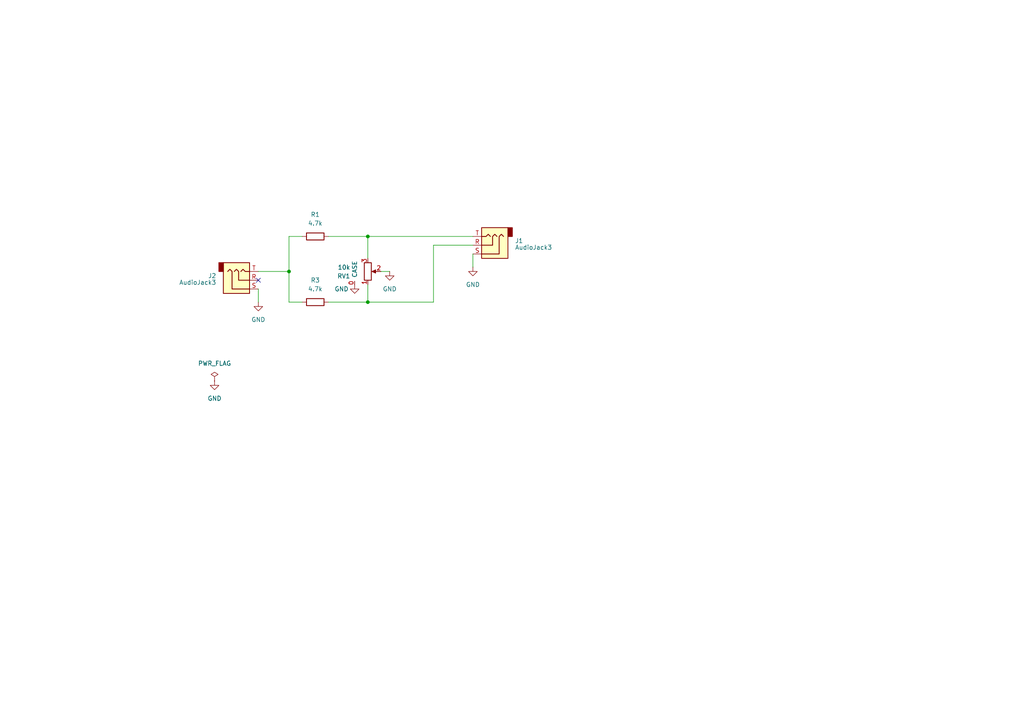
<source format=kicad_sch>
(kicad_sch
	(version 20250114)
	(generator "eeschema")
	(generator_version "9.0")
	(uuid "f818148b-0e74-454b-8652-f46fdf290936")
	(paper "A4")
	(lib_symbols
		(symbol "Connector_Audio:AudioJack3"
			(exclude_from_sim no)
			(in_bom yes)
			(on_board yes)
			(property "Reference" "J"
				(at 0 8.89 0)
				(effects
					(font
						(size 1.27 1.27)
					)
				)
			)
			(property "Value" "AudioJack3"
				(at 0 6.35 0)
				(effects
					(font
						(size 1.27 1.27)
					)
				)
			)
			(property "Footprint" ""
				(at 0 0 0)
				(effects
					(font
						(size 1.27 1.27)
					)
					(hide yes)
				)
			)
			(property "Datasheet" "~"
				(at 0 0 0)
				(effects
					(font
						(size 1.27 1.27)
					)
					(hide yes)
				)
			)
			(property "Description" "Audio Jack, 3 Poles (Stereo / TRS)"
				(at 0 0 0)
				(effects
					(font
						(size 1.27 1.27)
					)
					(hide yes)
				)
			)
			(property "ki_keywords" "audio jack receptacle stereo headphones phones TRS connector"
				(at 0 0 0)
				(effects
					(font
						(size 1.27 1.27)
					)
					(hide yes)
				)
			)
			(property "ki_fp_filters" "Jack*"
				(at 0 0 0)
				(effects
					(font
						(size 1.27 1.27)
					)
					(hide yes)
				)
			)
			(symbol "AudioJack3_0_1"
				(rectangle
					(start -5.08 -5.08)
					(end -6.35 -2.54)
					(stroke
						(width 0.254)
						(type default)
					)
					(fill
						(type outline)
					)
				)
				(polyline
					(pts
						(xy -1.905 -2.54) (xy -1.27 -3.175) (xy -0.635 -2.54) (xy -0.635 0) (xy 2.54 0)
					)
					(stroke
						(width 0.254)
						(type default)
					)
					(fill
						(type none)
					)
				)
				(polyline
					(pts
						(xy 0 -2.54) (xy 0.635 -3.175) (xy 1.27 -2.54) (xy 2.54 -2.54)
					)
					(stroke
						(width 0.254)
						(type default)
					)
					(fill
						(type none)
					)
				)
				(rectangle
					(start 2.54 3.81)
					(end -5.08 -5.08)
					(stroke
						(width 0.254)
						(type default)
					)
					(fill
						(type background)
					)
				)
				(polyline
					(pts
						(xy 2.54 2.54) (xy -2.54 2.54) (xy -2.54 -2.54) (xy -3.175 -3.175) (xy -3.81 -2.54)
					)
					(stroke
						(width 0.254)
						(type default)
					)
					(fill
						(type none)
					)
				)
			)
			(symbol "AudioJack3_1_1"
				(pin passive line
					(at 5.08 2.54 180)
					(length 2.54)
					(name "~"
						(effects
							(font
								(size 1.27 1.27)
							)
						)
					)
					(number "S"
						(effects
							(font
								(size 1.27 1.27)
							)
						)
					)
				)
				(pin passive line
					(at 5.08 0 180)
					(length 2.54)
					(name "~"
						(effects
							(font
								(size 1.27 1.27)
							)
						)
					)
					(number "R"
						(effects
							(font
								(size 1.27 1.27)
							)
						)
					)
				)
				(pin passive line
					(at 5.08 -2.54 180)
					(length 2.54)
					(name "~"
						(effects
							(font
								(size 1.27 1.27)
							)
						)
					)
					(number "T"
						(effects
							(font
								(size 1.27 1.27)
							)
						)
					)
				)
			)
			(embedded_fonts no)
		)
		(symbol "Device:R"
			(pin_numbers
				(hide yes)
			)
			(pin_names
				(offset 0)
			)
			(exclude_from_sim no)
			(in_bom yes)
			(on_board yes)
			(property "Reference" "R"
				(at 2.032 0 90)
				(effects
					(font
						(size 1.27 1.27)
					)
				)
			)
			(property "Value" "R"
				(at 0 0 90)
				(effects
					(font
						(size 1.27 1.27)
					)
				)
			)
			(property "Footprint" ""
				(at -1.778 0 90)
				(effects
					(font
						(size 1.27 1.27)
					)
					(hide yes)
				)
			)
			(property "Datasheet" "~"
				(at 0 0 0)
				(effects
					(font
						(size 1.27 1.27)
					)
					(hide yes)
				)
			)
			(property "Description" "Resistor"
				(at 0 0 0)
				(effects
					(font
						(size 1.27 1.27)
					)
					(hide yes)
				)
			)
			(property "ki_keywords" "R res resistor"
				(at 0 0 0)
				(effects
					(font
						(size 1.27 1.27)
					)
					(hide yes)
				)
			)
			(property "ki_fp_filters" "R_*"
				(at 0 0 0)
				(effects
					(font
						(size 1.27 1.27)
					)
					(hide yes)
				)
			)
			(symbol "R_0_1"
				(rectangle
					(start -1.016 -2.54)
					(end 1.016 2.54)
					(stroke
						(width 0.254)
						(type default)
					)
					(fill
						(type none)
					)
				)
			)
			(symbol "R_1_1"
				(pin passive line
					(at 0 3.81 270)
					(length 1.27)
					(name "~"
						(effects
							(font
								(size 1.27 1.27)
							)
						)
					)
					(number "1"
						(effects
							(font
								(size 1.27 1.27)
							)
						)
					)
				)
				(pin passive line
					(at 0 -3.81 90)
					(length 1.27)
					(name "~"
						(effects
							(font
								(size 1.27 1.27)
							)
						)
					)
					(number "2"
						(effects
							(font
								(size 1.27 1.27)
							)
						)
					)
				)
			)
			(embedded_fonts no)
		)
		(symbol "mylib:R_POT_W_GND"
			(pin_names
				(offset 1.016)
			)
			(exclude_from_sim no)
			(in_bom yes)
			(on_board yes)
			(property "Reference" "RV"
				(at -7.62 0 90)
				(effects
					(font
						(size 1.27 1.27)
					)
				)
			)
			(property "Value" "R_POT_W_GND"
				(at -6.35 0 90)
				(effects
					(font
						(size 1.27 1.27)
					)
				)
			)
			(property "Footprint" ""
				(at 0 0 0)
				(effects
					(font
						(size 1.27 1.27)
					)
					(hide yes)
				)
			)
			(property "Datasheet" "~"
				(at 0 0 0)
				(effects
					(font
						(size 1.27 1.27)
					)
					(hide yes)
				)
			)
			(property "Description" "Potentiometer"
				(at 0 0 0)
				(effects
					(font
						(size 1.27 1.27)
					)
					(hide yes)
				)
			)
			(property "ki_keywords" "resistor variable"
				(at 0 0 0)
				(effects
					(font
						(size 1.27 1.27)
					)
					(hide yes)
				)
			)
			(property "ki_fp_filters" "Potentiometer*"
				(at 0 0 0)
				(effects
					(font
						(size 1.27 1.27)
					)
					(hide yes)
				)
			)
			(symbol "R_POT_W_GND_0_1"
				(rectangle
					(start 1.016 2.54)
					(end -1.016 -2.54)
					(stroke
						(width 0.254)
						(type default)
					)
					(fill
						(type none)
					)
				)
				(polyline
					(pts
						(xy 1.143 0) (xy 2.286 0.508) (xy 2.286 -0.508) (xy 1.143 0)
					)
					(stroke
						(width 0)
						(type default)
					)
					(fill
						(type outline)
					)
				)
				(polyline
					(pts
						(xy 2.54 0) (xy 1.524 0)
					)
					(stroke
						(width 0)
						(type default)
					)
					(fill
						(type none)
					)
				)
			)
			(symbol "R_POT_W_GND_1_1"
				(pin input line
					(at -3.81 3.81 270)
					(length 0.9906)
					(name "CASE"
						(effects
							(font
								(size 1.27 1.27)
							)
						)
					)
					(number "0"
						(effects
							(font
								(size 1.27 1.27)
							)
						)
					)
				)
				(pin passive line
					(at 0 3.81 270)
					(length 1.27)
					(name "~"
						(effects
							(font
								(size 1.27 1.27)
							)
						)
					)
					(number "1"
						(effects
							(font
								(size 1.27 1.27)
							)
						)
					)
				)
				(pin passive line
					(at 0 -3.81 90)
					(length 1.27)
					(name "~"
						(effects
							(font
								(size 1.27 1.27)
							)
						)
					)
					(number "3"
						(effects
							(font
								(size 1.27 1.27)
							)
						)
					)
				)
				(pin passive line
					(at 3.81 0 180)
					(length 1.27)
					(name "~"
						(effects
							(font
								(size 1.27 1.27)
							)
						)
					)
					(number "2"
						(effects
							(font
								(size 1.27 1.27)
							)
						)
					)
				)
			)
			(embedded_fonts no)
		)
		(symbol "power:GND"
			(power)
			(pin_numbers
				(hide yes)
			)
			(pin_names
				(offset 0)
				(hide yes)
			)
			(exclude_from_sim no)
			(in_bom yes)
			(on_board yes)
			(property "Reference" "#PWR"
				(at 0 -6.35 0)
				(effects
					(font
						(size 1.27 1.27)
					)
					(hide yes)
				)
			)
			(property "Value" "GND"
				(at 0 -3.81 0)
				(effects
					(font
						(size 1.27 1.27)
					)
				)
			)
			(property "Footprint" ""
				(at 0 0 0)
				(effects
					(font
						(size 1.27 1.27)
					)
					(hide yes)
				)
			)
			(property "Datasheet" ""
				(at 0 0 0)
				(effects
					(font
						(size 1.27 1.27)
					)
					(hide yes)
				)
			)
			(property "Description" "Power symbol creates a global label with name \"GND\" , ground"
				(at 0 0 0)
				(effects
					(font
						(size 1.27 1.27)
					)
					(hide yes)
				)
			)
			(property "ki_keywords" "global power"
				(at 0 0 0)
				(effects
					(font
						(size 1.27 1.27)
					)
					(hide yes)
				)
			)
			(symbol "GND_0_1"
				(polyline
					(pts
						(xy 0 0) (xy 0 -1.27) (xy 1.27 -1.27) (xy 0 -2.54) (xy -1.27 -1.27) (xy 0 -1.27)
					)
					(stroke
						(width 0)
						(type default)
					)
					(fill
						(type none)
					)
				)
			)
			(symbol "GND_1_1"
				(pin power_in line
					(at 0 0 270)
					(length 0)
					(name "~"
						(effects
							(font
								(size 1.27 1.27)
							)
						)
					)
					(number "1"
						(effects
							(font
								(size 1.27 1.27)
							)
						)
					)
				)
			)
			(embedded_fonts no)
		)
		(symbol "power:PWR_FLAG"
			(power)
			(pin_numbers
				(hide yes)
			)
			(pin_names
				(offset 0)
				(hide yes)
			)
			(exclude_from_sim no)
			(in_bom yes)
			(on_board yes)
			(property "Reference" "#FLG"
				(at 0 1.905 0)
				(effects
					(font
						(size 1.27 1.27)
					)
					(hide yes)
				)
			)
			(property "Value" "PWR_FLAG"
				(at 0 3.81 0)
				(effects
					(font
						(size 1.27 1.27)
					)
				)
			)
			(property "Footprint" ""
				(at 0 0 0)
				(effects
					(font
						(size 1.27 1.27)
					)
					(hide yes)
				)
			)
			(property "Datasheet" "~"
				(at 0 0 0)
				(effects
					(font
						(size 1.27 1.27)
					)
					(hide yes)
				)
			)
			(property "Description" "Special symbol for telling ERC where power comes from"
				(at 0 0 0)
				(effects
					(font
						(size 1.27 1.27)
					)
					(hide yes)
				)
			)
			(property "ki_keywords" "flag power"
				(at 0 0 0)
				(effects
					(font
						(size 1.27 1.27)
					)
					(hide yes)
				)
			)
			(symbol "PWR_FLAG_0_0"
				(pin power_out line
					(at 0 0 90)
					(length 0)
					(name "~"
						(effects
							(font
								(size 1.27 1.27)
							)
						)
					)
					(number "1"
						(effects
							(font
								(size 1.27 1.27)
							)
						)
					)
				)
			)
			(symbol "PWR_FLAG_0_1"
				(polyline
					(pts
						(xy 0 0) (xy 0 1.27) (xy -1.016 1.905) (xy 0 2.54) (xy 1.016 1.905) (xy 0 1.27)
					)
					(stroke
						(width 0)
						(type default)
					)
					(fill
						(type none)
					)
				)
			)
			(embedded_fonts no)
		)
	)
	(junction
		(at 83.82 78.74)
		(diameter 0)
		(color 0 0 0 0)
		(uuid "66eef5a3-a69a-4733-8e7e-a9efdcac9315")
	)
	(junction
		(at 106.68 68.58)
		(diameter 0)
		(color 0 0 0 0)
		(uuid "8ad3545d-a84b-4e2b-9a66-984d5114719b")
	)
	(junction
		(at 106.68 87.63)
		(diameter 0)
		(color 0 0 0 0)
		(uuid "f059a64a-0bc0-4267-b486-7a49e021543d")
	)
	(no_connect
		(at 74.93 81.28)
		(uuid "0661f1fb-b3c4-431a-ad43-629f276b8921")
	)
	(wire
		(pts
			(xy 125.73 87.63) (xy 125.73 71.12)
		)
		(stroke
			(width 0)
			(type default)
		)
		(uuid "14d729cb-b2c6-455b-8b4f-c9e12f57fc33")
	)
	(wire
		(pts
			(xy 83.82 87.63) (xy 87.63 87.63)
		)
		(stroke
			(width 0)
			(type default)
		)
		(uuid "1c908459-4f61-4e8e-ba81-70ccafc9e92c")
	)
	(wire
		(pts
			(xy 74.93 78.74) (xy 83.82 78.74)
		)
		(stroke
			(width 0)
			(type default)
		)
		(uuid "1cfa3dcf-e9b7-436f-adab-240ddfa88a93")
	)
	(wire
		(pts
			(xy 137.16 73.66) (xy 137.16 77.47)
		)
		(stroke
			(width 0)
			(type default)
		)
		(uuid "2ee2a46e-f325-45a4-b5ee-f34088cd486b")
	)
	(wire
		(pts
			(xy 74.93 83.82) (xy 74.93 87.63)
		)
		(stroke
			(width 0)
			(type default)
		)
		(uuid "33387cef-d293-45d6-a2e0-2f0d5e56c9ee")
	)
	(wire
		(pts
			(xy 125.73 71.12) (xy 137.16 71.12)
		)
		(stroke
			(width 0)
			(type default)
		)
		(uuid "362da839-9538-492b-81ee-8c174f257e4b")
	)
	(wire
		(pts
			(xy 106.68 87.63) (xy 125.73 87.63)
		)
		(stroke
			(width 0)
			(type default)
		)
		(uuid "3ae6ad6f-7be8-4e9f-a25d-544ac96f5552")
	)
	(wire
		(pts
			(xy 106.68 68.58) (xy 106.68 74.93)
		)
		(stroke
			(width 0)
			(type default)
		)
		(uuid "45aec9d0-766a-4500-bd7d-8029a33bbe11")
	)
	(wire
		(pts
			(xy 106.68 82.55) (xy 106.68 87.63)
		)
		(stroke
			(width 0)
			(type default)
		)
		(uuid "463f4fb4-fc80-429e-9153-b9bd1c0f9ed2")
	)
	(wire
		(pts
			(xy 95.25 87.63) (xy 106.68 87.63)
		)
		(stroke
			(width 0)
			(type default)
		)
		(uuid "5b23f42e-4eb8-452d-aae4-6afc2c4b8778")
	)
	(wire
		(pts
			(xy 106.68 68.58) (xy 137.16 68.58)
		)
		(stroke
			(width 0)
			(type default)
		)
		(uuid "a82e963d-b8ee-40a4-8fa5-34d6e841a02a")
	)
	(wire
		(pts
			(xy 87.63 68.58) (xy 83.82 68.58)
		)
		(stroke
			(width 0)
			(type default)
		)
		(uuid "ad686bee-b6bb-48f5-bc0a-6999d44b46da")
	)
	(wire
		(pts
			(xy 110.49 78.74) (xy 113.03 78.74)
		)
		(stroke
			(width 0)
			(type default)
		)
		(uuid "d08bf219-abba-4993-a21f-3af742d16089")
	)
	(wire
		(pts
			(xy 83.82 78.74) (xy 83.82 87.63)
		)
		(stroke
			(width 0)
			(type default)
		)
		(uuid "d96899cb-578e-4151-8cc7-e07f641b36d8")
	)
	(wire
		(pts
			(xy 83.82 68.58) (xy 83.82 78.74)
		)
		(stroke
			(width 0)
			(type default)
		)
		(uuid "e8fede8d-c4fa-4244-9c1d-4741a39c9408")
	)
	(wire
		(pts
			(xy 95.25 68.58) (xy 106.68 68.58)
		)
		(stroke
			(width 0)
			(type default)
		)
		(uuid "fef4365f-993e-446e-8152-b00e1e601f59")
	)
	(symbol
		(lib_id "mylib:R_POT_W_GND")
		(at 106.68 78.74 0)
		(mirror x)
		(unit 1)
		(exclude_from_sim no)
		(in_bom yes)
		(on_board yes)
		(dnp no)
		(uuid "0076bc25-9087-4e96-a7b5-97419b012edb")
		(property "Reference" "RV1"
			(at 101.6 80.0863 0)
			(effects
				(font
					(size 1.27 1.27)
				)
				(justify right)
			)
		)
		(property "Value" "10k"
			(at 101.6 77.5463 0)
			(effects
				(font
					(size 1.27 1.27)
				)
				(justify right)
			)
		)
		(property "Footprint" "my_footprint:Potentiometer_Alps_RK09K_Horizontal_CORRECTED"
			(at 106.68 78.74 0)
			(effects
				(font
					(size 1.27 1.27)
				)
				(hide yes)
			)
		)
		(property "Datasheet" "~"
			(at 106.68 78.74 0)
			(effects
				(font
					(size 1.27 1.27)
				)
				(hide yes)
			)
		)
		(property "Description" "Potentiometer"
			(at 106.68 78.74 0)
			(effects
				(font
					(size 1.27 1.27)
				)
				(hide yes)
			)
		)
		(property "LCSC" "C209779"
			(at 106.68 78.74 0)
			(effects
				(font
					(size 1.27 1.27)
				)
				(hide yes)
			)
		)
		(pin "2"
			(uuid "b7b5960b-68c3-4800-9196-b5b38c6eec35")
		)
		(pin "1"
			(uuid "1239ddf9-1532-400c-90ee-033052f946bc")
		)
		(pin "0"
			(uuid "e557d435-f40f-45f1-97c5-6b551a3e8dda")
		)
		(pin "3"
			(uuid "6bd80ec4-af12-4f95-9e74-e20445a70cd2")
		)
		(instances
			(project "kinopan"
				(path "/f818148b-0e74-454b-8652-f46fdf290936"
					(reference "RV1")
					(unit 1)
				)
			)
		)
	)
	(symbol
		(lib_id "power:GND")
		(at 137.16 77.47 0)
		(unit 1)
		(exclude_from_sim no)
		(in_bom yes)
		(on_board yes)
		(dnp no)
		(fields_autoplaced yes)
		(uuid "18258206-52cf-484e-901d-f387c1f6d011")
		(property "Reference" "#PWR01"
			(at 137.16 83.82 0)
			(effects
				(font
					(size 1.27 1.27)
				)
				(hide yes)
			)
		)
		(property "Value" "GND"
			(at 137.16 82.55 0)
			(effects
				(font
					(size 1.27 1.27)
				)
			)
		)
		(property "Footprint" ""
			(at 137.16 77.47 0)
			(effects
				(font
					(size 1.27 1.27)
				)
				(hide yes)
			)
		)
		(property "Datasheet" ""
			(at 137.16 77.47 0)
			(effects
				(font
					(size 1.27 1.27)
				)
				(hide yes)
			)
		)
		(property "Description" "Power symbol creates a global label with name \"GND\" , ground"
			(at 137.16 77.47 0)
			(effects
				(font
					(size 1.27 1.27)
				)
				(hide yes)
			)
		)
		(pin "1"
			(uuid "2b8594b9-5815-4788-9eaa-9fa37e3e3f03")
		)
		(instances
			(project "kinopan"
				(path "/f818148b-0e74-454b-8652-f46fdf290936"
					(reference "#PWR01")
					(unit 1)
				)
			)
		)
	)
	(symbol
		(lib_id "power:GND")
		(at 113.03 78.74 0)
		(unit 1)
		(exclude_from_sim no)
		(in_bom yes)
		(on_board yes)
		(dnp no)
		(fields_autoplaced yes)
		(uuid "2f982ed1-9a1d-46b8-9391-9a1ab1197161")
		(property "Reference" "#PWR02"
			(at 113.03 85.09 0)
			(effects
				(font
					(size 1.27 1.27)
				)
				(hide yes)
			)
		)
		(property "Value" "GND"
			(at 113.03 83.82 0)
			(effects
				(font
					(size 1.27 1.27)
				)
			)
		)
		(property "Footprint" ""
			(at 113.03 78.74 0)
			(effects
				(font
					(size 1.27 1.27)
				)
				(hide yes)
			)
		)
		(property "Datasheet" ""
			(at 113.03 78.74 0)
			(effects
				(font
					(size 1.27 1.27)
				)
				(hide yes)
			)
		)
		(property "Description" "Power symbol creates a global label with name \"GND\" , ground"
			(at 113.03 78.74 0)
			(effects
				(font
					(size 1.27 1.27)
				)
				(hide yes)
			)
		)
		(pin "1"
			(uuid "5cd9d683-767d-4fe0-8f2c-9016db3c3c14")
		)
		(instances
			(project "kinopan"
				(path "/f818148b-0e74-454b-8652-f46fdf290936"
					(reference "#PWR02")
					(unit 1)
				)
			)
		)
	)
	(symbol
		(lib_id "power:GND")
		(at 74.93 87.63 0)
		(unit 1)
		(exclude_from_sim no)
		(in_bom yes)
		(on_board yes)
		(dnp no)
		(fields_autoplaced yes)
		(uuid "56d60e34-c700-4055-ad5c-0e8bcc4b2e3e")
		(property "Reference" "#PWR04"
			(at 74.93 93.98 0)
			(effects
				(font
					(size 1.27 1.27)
				)
				(hide yes)
			)
		)
		(property "Value" "GND"
			(at 74.93 92.71 0)
			(effects
				(font
					(size 1.27 1.27)
				)
			)
		)
		(property "Footprint" ""
			(at 74.93 87.63 0)
			(effects
				(font
					(size 1.27 1.27)
				)
				(hide yes)
			)
		)
		(property "Datasheet" ""
			(at 74.93 87.63 0)
			(effects
				(font
					(size 1.27 1.27)
				)
				(hide yes)
			)
		)
		(property "Description" "Power symbol creates a global label with name \"GND\" , ground"
			(at 74.93 87.63 0)
			(effects
				(font
					(size 1.27 1.27)
				)
				(hide yes)
			)
		)
		(pin "1"
			(uuid "13258490-2b20-4f7b-9791-f4eb2c38fa24")
		)
		(instances
			(project "kinopan"
				(path "/f818148b-0e74-454b-8652-f46fdf290936"
					(reference "#PWR04")
					(unit 1)
				)
			)
		)
	)
	(symbol
		(lib_id "Connector_Audio:AudioJack3")
		(at 142.24 71.12 180)
		(unit 1)
		(exclude_from_sim no)
		(in_bom yes)
		(on_board yes)
		(dnp no)
		(uuid "6d7d4cb4-4641-40c4-b452-4b6553fa15b4")
		(property "Reference" "J1"
			(at 149.352 69.8413 0)
			(effects
				(font
					(size 1.27 1.27)
				)
				(justify right)
			)
		)
		(property "Value" "AudioJack3"
			(at 149.352 71.7623 0)
			(effects
				(font
					(size 1.27 1.27)
				)
				(justify right)
			)
		)
		(property "Footprint" "my_footprint:3.5mm_Stereo_TRS_PJ-3210-4A_and_ST-005-G"
			(at 142.24 71.12 0)
			(effects
				(font
					(size 1.27 1.27)
				)
				(hide yes)
			)
		)
		(property "Datasheet" "~"
			(at 142.24 71.12 0)
			(effects
				(font
					(size 1.27 1.27)
				)
				(hide yes)
			)
		)
		(property "Description" ""
			(at 142.24 71.12 0)
			(effects
				(font
					(size 1.27 1.27)
				)
				(hide yes)
			)
		)
		(property "LCSC" "C136686"
			(at 142.24 71.12 0)
			(effects
				(font
					(size 1.27 1.27)
				)
				(hide yes)
			)
		)
		(property "フィールド5" ""
			(at 142.24 71.12 0)
			(effects
				(font
					(size 1.27 1.27)
				)
				(hide yes)
			)
		)
		(pin "R"
			(uuid "ad4f97ee-a63f-412d-8eac-d98672265097")
		)
		(pin "S"
			(uuid "43952265-038f-4a74-a945-98eb2efe83fb")
		)
		(pin "T"
			(uuid "2902a9c2-bd46-4b7c-acd4-483b9ee4a34e")
		)
		(instances
			(project "kinopan"
				(path "/f818148b-0e74-454b-8652-f46fdf290936"
					(reference "J1")
					(unit 1)
				)
			)
		)
	)
	(symbol
		(lib_id "power:GND")
		(at 102.87 82.55 0)
		(unit 1)
		(exclude_from_sim no)
		(in_bom yes)
		(on_board yes)
		(dnp no)
		(uuid "8b0a9d28-4e65-48af-82ea-7a6aeee6158f")
		(property "Reference" "#PWR03"
			(at 102.87 88.9 0)
			(effects
				(font
					(size 1.27 1.27)
				)
				(hide yes)
			)
		)
		(property "Value" "GND"
			(at 99.06 83.82 0)
			(effects
				(font
					(size 1.27 1.27)
				)
			)
		)
		(property "Footprint" ""
			(at 102.87 82.55 0)
			(effects
				(font
					(size 1.27 1.27)
				)
				(hide yes)
			)
		)
		(property "Datasheet" ""
			(at 102.87 82.55 0)
			(effects
				(font
					(size 1.27 1.27)
				)
				(hide yes)
			)
		)
		(property "Description" "Power symbol creates a global label with name \"GND\" , ground"
			(at 102.87 82.55 0)
			(effects
				(font
					(size 1.27 1.27)
				)
				(hide yes)
			)
		)
		(pin "1"
			(uuid "1c487f09-fc70-4a23-901a-25ecbb29197d")
		)
		(instances
			(project "kinopan"
				(path "/f818148b-0e74-454b-8652-f46fdf290936"
					(reference "#PWR03")
					(unit 1)
				)
			)
		)
	)
	(symbol
		(lib_id "Connector_Audio:AudioJack3")
		(at 69.85 81.28 0)
		(mirror x)
		(unit 1)
		(exclude_from_sim no)
		(in_bom yes)
		(on_board yes)
		(dnp no)
		(uuid "bff868ad-beaf-440f-a192-cbcabab79a13")
		(property "Reference" "J2"
			(at 62.738 80.0013 0)
			(effects
				(font
					(size 1.27 1.27)
				)
				(justify right)
			)
		)
		(property "Value" "AudioJack3"
			(at 62.738 81.9223 0)
			(effects
				(font
					(size 1.27 1.27)
				)
				(justify right)
			)
		)
		(property "Footprint" "my_footprint:3.5mm_Stereo_TRS_PJ-3210-4A_and_ST-005-G"
			(at 69.85 81.28 0)
			(effects
				(font
					(size 1.27 1.27)
				)
				(hide yes)
			)
		)
		(property "Datasheet" "~"
			(at 69.85 81.28 0)
			(effects
				(font
					(size 1.27 1.27)
				)
				(hide yes)
			)
		)
		(property "Description" ""
			(at 69.85 81.28 0)
			(effects
				(font
					(size 1.27 1.27)
				)
				(hide yes)
			)
		)
		(property "LCSC" "C136686"
			(at 69.85 81.28 0)
			(effects
				(font
					(size 1.27 1.27)
				)
				(hide yes)
			)
		)
		(property "フィールド5" ""
			(at 69.85 81.28 0)
			(effects
				(font
					(size 1.27 1.27)
				)
				(hide yes)
			)
		)
		(pin "R"
			(uuid "1133c14a-6ded-4375-9c5c-3bb3336402e9")
		)
		(pin "S"
			(uuid "bd22ef49-a75d-4ced-9e19-efffd8a55df6")
		)
		(pin "T"
			(uuid "ce69e8cb-dc66-4794-9938-596dc569a446")
		)
		(instances
			(project "kinopan"
				(path "/f818148b-0e74-454b-8652-f46fdf290936"
					(reference "J2")
					(unit 1)
				)
			)
		)
	)
	(symbol
		(lib_id "Device:R")
		(at 91.44 68.58 90)
		(unit 1)
		(exclude_from_sim no)
		(in_bom yes)
		(on_board yes)
		(dnp no)
		(fields_autoplaced yes)
		(uuid "c42b5c6a-886f-43c2-b73b-c7deaf7be225")
		(property "Reference" "R1"
			(at 91.44 62.23 90)
			(effects
				(font
					(size 1.27 1.27)
				)
			)
		)
		(property "Value" "4.7k"
			(at 91.44 64.77 90)
			(effects
				(font
					(size 1.27 1.27)
				)
			)
		)
		(property "Footprint" "Resistor_SMD:R_0402_1005Metric"
			(at 91.44 70.358 90)
			(effects
				(font
					(size 1.27 1.27)
				)
				(hide yes)
			)
		)
		(property "Datasheet" "~"
			(at 91.44 68.58 0)
			(effects
				(font
					(size 1.27 1.27)
				)
				(hide yes)
			)
		)
		(property "Description" "Resistor"
			(at 91.44 68.58 0)
			(effects
				(font
					(size 1.27 1.27)
				)
				(hide yes)
			)
		)
		(property "LCSC" "C25900"
			(at 91.44 68.58 90)
			(effects
				(font
					(size 1.27 1.27)
				)
				(hide yes)
			)
		)
		(pin "2"
			(uuid "99b3c0f9-fe59-4b0b-876b-9e3c4aecec20")
		)
		(pin "1"
			(uuid "cde6626f-84e6-4626-85ec-3e256dc5868b")
		)
		(instances
			(project "kinopan"
				(path "/f818148b-0e74-454b-8652-f46fdf290936"
					(reference "R1")
					(unit 1)
				)
			)
		)
	)
	(symbol
		(lib_id "power:PWR_FLAG")
		(at 62.23 110.49 0)
		(unit 1)
		(exclude_from_sim no)
		(in_bom yes)
		(on_board yes)
		(dnp no)
		(fields_autoplaced yes)
		(uuid "cf034dcd-3f07-46f8-9157-ce6402436047")
		(property "Reference" "#FLG01"
			(at 62.23 108.585 0)
			(effects
				(font
					(size 1.27 1.27)
				)
				(hide yes)
			)
		)
		(property "Value" "PWR_FLAG"
			(at 62.23 105.41 0)
			(effects
				(font
					(size 1.27 1.27)
				)
			)
		)
		(property "Footprint" ""
			(at 62.23 110.49 0)
			(effects
				(font
					(size 1.27 1.27)
				)
				(hide yes)
			)
		)
		(property "Datasheet" "~"
			(at 62.23 110.49 0)
			(effects
				(font
					(size 1.27 1.27)
				)
				(hide yes)
			)
		)
		(property "Description" "Special symbol for telling ERC where power comes from"
			(at 62.23 110.49 0)
			(effects
				(font
					(size 1.27 1.27)
				)
				(hide yes)
			)
		)
		(pin "1"
			(uuid "6430500f-54bc-4fcd-8649-c0f6897989e6")
		)
		(instances
			(project "kinopan"
				(path "/f818148b-0e74-454b-8652-f46fdf290936"
					(reference "#FLG01")
					(unit 1)
				)
			)
		)
	)
	(symbol
		(lib_id "power:GND")
		(at 62.23 110.49 0)
		(unit 1)
		(exclude_from_sim no)
		(in_bom yes)
		(on_board yes)
		(dnp no)
		(fields_autoplaced yes)
		(uuid "d5ffed37-c02b-4e8b-95b7-de3a5465d5b5")
		(property "Reference" "#PWR05"
			(at 62.23 116.84 0)
			(effects
				(font
					(size 1.27 1.27)
				)
				(hide yes)
			)
		)
		(property "Value" "GND"
			(at 62.23 115.57 0)
			(effects
				(font
					(size 1.27 1.27)
				)
			)
		)
		(property "Footprint" ""
			(at 62.23 110.49 0)
			(effects
				(font
					(size 1.27 1.27)
				)
				(hide yes)
			)
		)
		(property "Datasheet" ""
			(at 62.23 110.49 0)
			(effects
				(font
					(size 1.27 1.27)
				)
				(hide yes)
			)
		)
		(property "Description" "Power symbol creates a global label with name \"GND\" , ground"
			(at 62.23 110.49 0)
			(effects
				(font
					(size 1.27 1.27)
				)
				(hide yes)
			)
		)
		(pin "1"
			(uuid "10a8f203-533d-48fe-8fa0-e1d7f4d81f8f")
		)
		(instances
			(project "kinopan"
				(path "/f818148b-0e74-454b-8652-f46fdf290936"
					(reference "#PWR05")
					(unit 1)
				)
			)
		)
	)
	(symbol
		(lib_id "Device:R")
		(at 91.44 87.63 90)
		(unit 1)
		(exclude_from_sim no)
		(in_bom yes)
		(on_board yes)
		(dnp no)
		(fields_autoplaced yes)
		(uuid "f6d25245-898e-44af-8ac4-2f965d369f7e")
		(property "Reference" "R3"
			(at 91.44 81.28 90)
			(effects
				(font
					(size 1.27 1.27)
				)
			)
		)
		(property "Value" "4.7k"
			(at 91.44 83.82 90)
			(effects
				(font
					(size 1.27 1.27)
				)
			)
		)
		(property "Footprint" "Resistor_SMD:R_0402_1005Metric"
			(at 91.44 89.408 90)
			(effects
				(font
					(size 1.27 1.27)
				)
				(hide yes)
			)
		)
		(property "Datasheet" "~"
			(at 91.44 87.63 0)
			(effects
				(font
					(size 1.27 1.27)
				)
				(hide yes)
			)
		)
		(property "Description" "Resistor"
			(at 91.44 87.63 0)
			(effects
				(font
					(size 1.27 1.27)
				)
				(hide yes)
			)
		)
		(property "LCSC" "C25900"
			(at 91.44 87.63 90)
			(effects
				(font
					(size 1.27 1.27)
				)
				(hide yes)
			)
		)
		(pin "2"
			(uuid "5ee72ad5-1d1f-4f77-9d93-c4e958b28419")
		)
		(pin "1"
			(uuid "eab66646-1bf2-44e4-a88b-4740749ff23e")
		)
		(instances
			(project "kinopan"
				(path "/f818148b-0e74-454b-8652-f46fdf290936"
					(reference "R3")
					(unit 1)
				)
			)
		)
	)
	(sheet_instances
		(path "/"
			(page "1")
		)
	)
	(embedded_fonts no)
)

</source>
